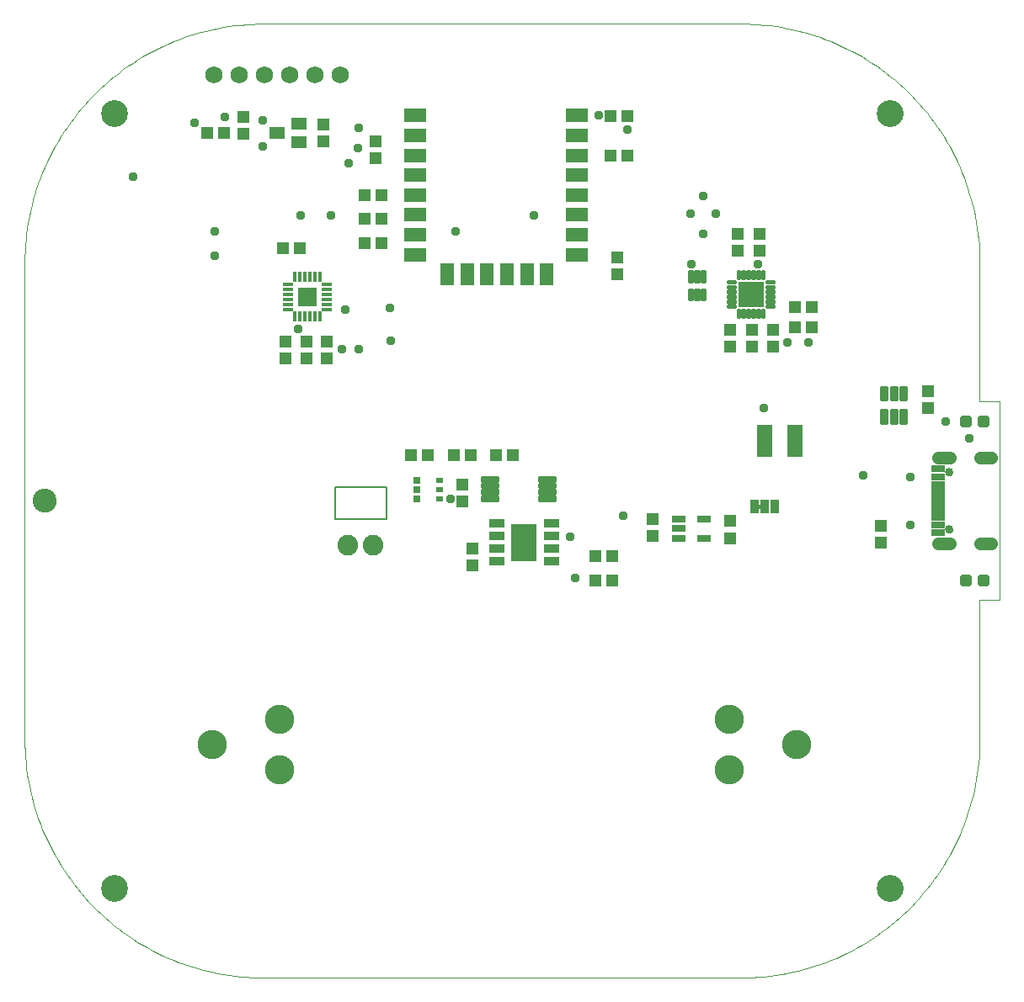
<source format=gbs>
G04 EAGLE Gerber RS-274X export*
G75*
%MOMM*%
%FSLAX34Y34*%
%LPD*%
%INbStop*%
%IPPOS*%
%AMOC8*
5,1,8,0,0,1.08239X$1,22.5*%
G01*
%ADD10C,0.076200*%
%ADD11C,0.152400*%
%ADD12C,0.000000*%
%ADD13C,2.703200*%
%ADD14C,2.403200*%
%ADD15R,1.403200X0.753200*%
%ADD16C,2.946400*%
%ADD17R,1.303200X1.203200*%
%ADD18R,1.203200X1.303200*%
%ADD19C,1.311200*%
%ADD20C,0.853200*%
%ADD21R,1.353200X0.803200*%
%ADD22R,1.353200X0.503200*%
%ADD23C,2.082800*%
%ADD24R,2.203200X1.403200*%
%ADD25R,1.403200X2.203200*%
%ADD26C,0.301600*%
%ADD27C,0.404144*%
%ADD28R,0.753200X0.603200*%
%ADD29R,0.753200X0.753200*%
%ADD30R,0.993200X0.463200*%
%ADD31R,0.463200X0.993200*%
%ADD32R,1.981200X1.981200*%
%ADD33C,0.268653*%
%ADD34R,2.653200X2.653200*%
%ADD35C,1.727200*%
%ADD36R,1.603200X1.203200*%
%ADD37R,0.838200X1.473200*%
%ADD38C,0.505344*%
%ADD39R,1.543200X3.223200*%
%ADD40C,0.297181*%
%ADD41R,1.503200X0.903200*%
%ADD42R,2.616200X3.759200*%
%ADD43C,0.959600*%

G36*
X740890Y472107D02*
X740890Y472107D01*
X740956Y472109D01*
X740999Y472127D01*
X741046Y472135D01*
X741103Y472169D01*
X741163Y472194D01*
X741198Y472225D01*
X741239Y472250D01*
X741281Y472301D01*
X741329Y472345D01*
X741351Y472387D01*
X741380Y472424D01*
X741401Y472486D01*
X741432Y472545D01*
X741440Y472599D01*
X741452Y472636D01*
X741451Y472676D01*
X741459Y472730D01*
X741459Y475270D01*
X741448Y475335D01*
X741446Y475401D01*
X741428Y475444D01*
X741420Y475491D01*
X741386Y475548D01*
X741361Y475608D01*
X741330Y475643D01*
X741305Y475684D01*
X741254Y475726D01*
X741210Y475774D01*
X741168Y475796D01*
X741131Y475825D01*
X741069Y475846D01*
X741010Y475877D01*
X740956Y475885D01*
X740919Y475897D01*
X740879Y475896D01*
X740825Y475904D01*
X737015Y475904D01*
X736950Y475893D01*
X736884Y475891D01*
X736841Y475873D01*
X736794Y475865D01*
X736737Y475831D01*
X736677Y475806D01*
X736642Y475775D01*
X736601Y475750D01*
X736560Y475699D01*
X736511Y475655D01*
X736489Y475613D01*
X736460Y475576D01*
X736439Y475514D01*
X736408Y475455D01*
X736400Y475401D01*
X736388Y475364D01*
X736388Y475361D01*
X736389Y475324D01*
X736381Y475270D01*
X736381Y472730D01*
X736392Y472665D01*
X736394Y472599D01*
X736412Y472556D01*
X736420Y472509D01*
X736454Y472452D01*
X736479Y472392D01*
X736510Y472357D01*
X736535Y472316D01*
X736586Y472275D01*
X736630Y472226D01*
X736672Y472204D01*
X736709Y472175D01*
X736771Y472154D01*
X736830Y472123D01*
X736884Y472115D01*
X736921Y472103D01*
X736961Y472104D01*
X737015Y472096D01*
X740825Y472096D01*
X740890Y472107D01*
G37*
D10*
X0Y240000D02*
X70Y234201D01*
X280Y228405D01*
X630Y222616D01*
X1120Y216837D01*
X1750Y211071D01*
X2518Y205323D01*
X3426Y199594D01*
X4471Y193890D01*
X5654Y188212D01*
X6974Y182564D01*
X8430Y176950D01*
X10021Y171373D01*
X11746Y165836D01*
X13605Y160342D01*
X15596Y154895D01*
X17718Y149497D01*
X19970Y144152D01*
X22350Y138864D01*
X24858Y133634D01*
X27491Y128466D01*
X30248Y123364D01*
X33127Y118330D01*
X36128Y113366D01*
X39247Y108477D01*
X42484Y103664D01*
X45836Y98932D01*
X49301Y94281D01*
X52878Y89716D01*
X56564Y85238D01*
X60357Y80851D01*
X64256Y76556D01*
X68256Y72357D01*
X72357Y68256D01*
X76556Y64256D01*
X80851Y60357D01*
X85238Y56564D01*
X89716Y52878D01*
X94281Y49301D01*
X98932Y45836D01*
X103664Y42484D01*
X108477Y39247D01*
X113366Y36128D01*
X118330Y33127D01*
X123364Y30248D01*
X128466Y27491D01*
X133634Y24858D01*
X138864Y22350D01*
X144152Y19970D01*
X149497Y17718D01*
X154895Y15596D01*
X160342Y13605D01*
X165836Y11746D01*
X171373Y10021D01*
X176950Y8430D01*
X182564Y6974D01*
X188212Y5654D01*
X193890Y4471D01*
X199594Y3426D01*
X205323Y2518D01*
X211071Y1750D01*
X216837Y1120D01*
X222616Y630D01*
X228405Y280D01*
X234201Y70D01*
X240000Y0D01*
X0Y720000D02*
X70Y725799D01*
X280Y731595D01*
X630Y737384D01*
X1120Y743163D01*
X1750Y748929D01*
X2518Y754677D01*
X3426Y760406D01*
X4471Y766110D01*
X5654Y771788D01*
X6974Y777436D01*
X8430Y783050D01*
X10021Y788627D01*
X11746Y794164D01*
X13605Y799658D01*
X15596Y805105D01*
X17718Y810503D01*
X19970Y815848D01*
X22350Y821136D01*
X24858Y826366D01*
X27491Y831534D01*
X30248Y836636D01*
X33127Y841670D01*
X36128Y846634D01*
X39247Y851523D01*
X42484Y856336D01*
X45836Y861068D01*
X49301Y865719D01*
X52878Y870284D01*
X56564Y874762D01*
X60357Y879149D01*
X64256Y883444D01*
X68256Y887643D01*
X72357Y891744D01*
X76556Y895744D01*
X80851Y899643D01*
X85238Y903436D01*
X89716Y907122D01*
X94281Y910699D01*
X98932Y914164D01*
X103664Y917516D01*
X108477Y920753D01*
X113366Y923872D01*
X118330Y926873D01*
X123364Y929752D01*
X128466Y932509D01*
X133634Y935142D01*
X138864Y937650D01*
X144152Y940030D01*
X149497Y942282D01*
X154895Y944404D01*
X160342Y946395D01*
X165836Y948254D01*
X171373Y949979D01*
X176950Y951570D01*
X182564Y953026D01*
X188212Y954346D01*
X193890Y955529D01*
X199594Y956574D01*
X205323Y957482D01*
X211071Y958250D01*
X216837Y958880D01*
X222616Y959370D01*
X228405Y959720D01*
X234201Y959930D01*
X240000Y960000D01*
X720000Y960000D02*
X725799Y959930D01*
X731595Y959720D01*
X737384Y959370D01*
X743163Y958880D01*
X748929Y958250D01*
X754677Y957482D01*
X760406Y956574D01*
X766110Y955529D01*
X771788Y954346D01*
X777436Y953026D01*
X783050Y951570D01*
X788627Y949979D01*
X794164Y948254D01*
X799658Y946395D01*
X805105Y944404D01*
X810503Y942282D01*
X815848Y940030D01*
X821136Y937650D01*
X826366Y935142D01*
X831534Y932509D01*
X836636Y929752D01*
X841670Y926873D01*
X846634Y923872D01*
X851523Y920753D01*
X856336Y917516D01*
X861068Y914164D01*
X865719Y910699D01*
X870284Y907122D01*
X874762Y903436D01*
X879149Y899643D01*
X883444Y895744D01*
X887643Y891744D01*
X891744Y887643D01*
X895744Y883444D01*
X899643Y879149D01*
X903436Y874762D01*
X907122Y870284D01*
X910699Y865719D01*
X914164Y861068D01*
X917516Y856336D01*
X920753Y851523D01*
X923872Y846634D01*
X926873Y841670D01*
X929752Y836636D01*
X932509Y831534D01*
X935142Y826366D01*
X937650Y821136D01*
X940030Y815848D01*
X942282Y810503D01*
X944404Y805105D01*
X946395Y799658D01*
X948254Y794164D01*
X949979Y788627D01*
X951570Y783050D01*
X953026Y777436D01*
X954346Y771788D01*
X955529Y766110D01*
X956574Y760406D01*
X957482Y754677D01*
X958250Y748929D01*
X958880Y743163D01*
X959370Y737384D01*
X959720Y731595D01*
X959930Y725799D01*
X960000Y720000D01*
X960000Y240000D02*
X959930Y234201D01*
X959720Y228405D01*
X959370Y222616D01*
X958880Y216837D01*
X958250Y211071D01*
X957482Y205323D01*
X956574Y199594D01*
X955529Y193890D01*
X954346Y188212D01*
X953026Y182564D01*
X951570Y176950D01*
X949979Y171373D01*
X948254Y165836D01*
X946395Y160342D01*
X944404Y154895D01*
X942282Y149497D01*
X940030Y144152D01*
X937650Y138864D01*
X935142Y133634D01*
X932509Y128466D01*
X929752Y123364D01*
X926873Y118330D01*
X923872Y113366D01*
X920753Y108477D01*
X917516Y103664D01*
X914164Y98932D01*
X910699Y94281D01*
X907122Y89716D01*
X903436Y85238D01*
X899643Y80851D01*
X895744Y76556D01*
X891744Y72357D01*
X887643Y68256D01*
X883444Y64256D01*
X879149Y60357D01*
X874762Y56564D01*
X870284Y52878D01*
X865719Y49301D01*
X861068Y45836D01*
X856336Y42484D01*
X851523Y39247D01*
X846634Y36128D01*
X841670Y33127D01*
X836636Y30248D01*
X831534Y27491D01*
X826366Y24858D01*
X821136Y22350D01*
X815848Y19970D01*
X810503Y17718D01*
X805105Y15596D01*
X799658Y13605D01*
X794164Y11746D01*
X788627Y10021D01*
X783050Y8430D01*
X777436Y6974D01*
X771788Y5654D01*
X766110Y4471D01*
X760406Y3426D01*
X754677Y2518D01*
X748929Y1750D01*
X743163Y1120D01*
X737384Y630D01*
X731595Y280D01*
X725799Y70D01*
X720000Y0D01*
D11*
X364000Y462000D02*
X364000Y494000D01*
X312000Y494000D01*
X312000Y462000D01*
X364000Y462000D01*
D10*
X0Y240000D02*
X0Y720000D01*
X240000Y960000D02*
X720000Y960000D01*
X960000Y720000D02*
X960000Y580000D01*
X960000Y380000D02*
X960000Y240000D01*
X720000Y0D02*
X240000Y0D01*
X960000Y580000D02*
X980000Y580000D01*
X980000Y380000D01*
X960000Y380000D01*
D12*
X77500Y90000D02*
X77504Y90307D01*
X77515Y90613D01*
X77534Y90920D01*
X77560Y91225D01*
X77594Y91530D01*
X77635Y91834D01*
X77684Y92137D01*
X77740Y92439D01*
X77804Y92739D01*
X77875Y93037D01*
X77953Y93334D01*
X78038Y93629D01*
X78131Y93921D01*
X78231Y94211D01*
X78338Y94499D01*
X78452Y94784D01*
X78572Y95066D01*
X78700Y95344D01*
X78835Y95620D01*
X78976Y95892D01*
X79124Y96161D01*
X79278Y96426D01*
X79439Y96687D01*
X79607Y96945D01*
X79780Y97198D01*
X79960Y97446D01*
X80146Y97690D01*
X80337Y97930D01*
X80535Y98165D01*
X80738Y98394D01*
X80947Y98619D01*
X81161Y98839D01*
X81381Y99053D01*
X81606Y99262D01*
X81835Y99465D01*
X82070Y99663D01*
X82310Y99854D01*
X82554Y100040D01*
X82802Y100220D01*
X83055Y100393D01*
X83313Y100561D01*
X83574Y100722D01*
X83839Y100876D01*
X84108Y101024D01*
X84380Y101165D01*
X84656Y101300D01*
X84934Y101428D01*
X85216Y101548D01*
X85501Y101662D01*
X85789Y101769D01*
X86079Y101869D01*
X86371Y101962D01*
X86666Y102047D01*
X86963Y102125D01*
X87261Y102196D01*
X87561Y102260D01*
X87863Y102316D01*
X88166Y102365D01*
X88470Y102406D01*
X88775Y102440D01*
X89080Y102466D01*
X89387Y102485D01*
X89693Y102496D01*
X90000Y102500D01*
X90307Y102496D01*
X90613Y102485D01*
X90920Y102466D01*
X91225Y102440D01*
X91530Y102406D01*
X91834Y102365D01*
X92137Y102316D01*
X92439Y102260D01*
X92739Y102196D01*
X93037Y102125D01*
X93334Y102047D01*
X93629Y101962D01*
X93921Y101869D01*
X94211Y101769D01*
X94499Y101662D01*
X94784Y101548D01*
X95066Y101428D01*
X95344Y101300D01*
X95620Y101165D01*
X95892Y101024D01*
X96161Y100876D01*
X96426Y100722D01*
X96687Y100561D01*
X96945Y100393D01*
X97198Y100220D01*
X97446Y100040D01*
X97690Y99854D01*
X97930Y99663D01*
X98165Y99465D01*
X98394Y99262D01*
X98619Y99053D01*
X98839Y98839D01*
X99053Y98619D01*
X99262Y98394D01*
X99465Y98165D01*
X99663Y97930D01*
X99854Y97690D01*
X100040Y97446D01*
X100220Y97198D01*
X100393Y96945D01*
X100561Y96687D01*
X100722Y96426D01*
X100876Y96161D01*
X101024Y95892D01*
X101165Y95620D01*
X101300Y95344D01*
X101428Y95066D01*
X101548Y94784D01*
X101662Y94499D01*
X101769Y94211D01*
X101869Y93921D01*
X101962Y93629D01*
X102047Y93334D01*
X102125Y93037D01*
X102196Y92739D01*
X102260Y92439D01*
X102316Y92137D01*
X102365Y91834D01*
X102406Y91530D01*
X102440Y91225D01*
X102466Y90920D01*
X102485Y90613D01*
X102496Y90307D01*
X102500Y90000D01*
X102496Y89693D01*
X102485Y89387D01*
X102466Y89080D01*
X102440Y88775D01*
X102406Y88470D01*
X102365Y88166D01*
X102316Y87863D01*
X102260Y87561D01*
X102196Y87261D01*
X102125Y86963D01*
X102047Y86666D01*
X101962Y86371D01*
X101869Y86079D01*
X101769Y85789D01*
X101662Y85501D01*
X101548Y85216D01*
X101428Y84934D01*
X101300Y84656D01*
X101165Y84380D01*
X101024Y84108D01*
X100876Y83839D01*
X100722Y83574D01*
X100561Y83313D01*
X100393Y83055D01*
X100220Y82802D01*
X100040Y82554D01*
X99854Y82310D01*
X99663Y82070D01*
X99465Y81835D01*
X99262Y81606D01*
X99053Y81381D01*
X98839Y81161D01*
X98619Y80947D01*
X98394Y80738D01*
X98165Y80535D01*
X97930Y80337D01*
X97690Y80146D01*
X97446Y79960D01*
X97198Y79780D01*
X96945Y79607D01*
X96687Y79439D01*
X96426Y79278D01*
X96161Y79124D01*
X95892Y78976D01*
X95620Y78835D01*
X95344Y78700D01*
X95066Y78572D01*
X94784Y78452D01*
X94499Y78338D01*
X94211Y78231D01*
X93921Y78131D01*
X93629Y78038D01*
X93334Y77953D01*
X93037Y77875D01*
X92739Y77804D01*
X92439Y77740D01*
X92137Y77684D01*
X91834Y77635D01*
X91530Y77594D01*
X91225Y77560D01*
X90920Y77534D01*
X90613Y77515D01*
X90307Y77504D01*
X90000Y77500D01*
X89693Y77504D01*
X89387Y77515D01*
X89080Y77534D01*
X88775Y77560D01*
X88470Y77594D01*
X88166Y77635D01*
X87863Y77684D01*
X87561Y77740D01*
X87261Y77804D01*
X86963Y77875D01*
X86666Y77953D01*
X86371Y78038D01*
X86079Y78131D01*
X85789Y78231D01*
X85501Y78338D01*
X85216Y78452D01*
X84934Y78572D01*
X84656Y78700D01*
X84380Y78835D01*
X84108Y78976D01*
X83839Y79124D01*
X83574Y79278D01*
X83313Y79439D01*
X83055Y79607D01*
X82802Y79780D01*
X82554Y79960D01*
X82310Y80146D01*
X82070Y80337D01*
X81835Y80535D01*
X81606Y80738D01*
X81381Y80947D01*
X81161Y81161D01*
X80947Y81381D01*
X80738Y81606D01*
X80535Y81835D01*
X80337Y82070D01*
X80146Y82310D01*
X79960Y82554D01*
X79780Y82802D01*
X79607Y83055D01*
X79439Y83313D01*
X79278Y83574D01*
X79124Y83839D01*
X78976Y84108D01*
X78835Y84380D01*
X78700Y84656D01*
X78572Y84934D01*
X78452Y85216D01*
X78338Y85501D01*
X78231Y85789D01*
X78131Y86079D01*
X78038Y86371D01*
X77953Y86666D01*
X77875Y86963D01*
X77804Y87261D01*
X77740Y87561D01*
X77684Y87863D01*
X77635Y88166D01*
X77594Y88470D01*
X77560Y88775D01*
X77534Y89080D01*
X77515Y89387D01*
X77504Y89693D01*
X77500Y90000D01*
D13*
X90000Y90000D03*
D12*
X77500Y870000D02*
X77504Y870307D01*
X77515Y870613D01*
X77534Y870920D01*
X77560Y871225D01*
X77594Y871530D01*
X77635Y871834D01*
X77684Y872137D01*
X77740Y872439D01*
X77804Y872739D01*
X77875Y873037D01*
X77953Y873334D01*
X78038Y873629D01*
X78131Y873921D01*
X78231Y874211D01*
X78338Y874499D01*
X78452Y874784D01*
X78572Y875066D01*
X78700Y875344D01*
X78835Y875620D01*
X78976Y875892D01*
X79124Y876161D01*
X79278Y876426D01*
X79439Y876687D01*
X79607Y876945D01*
X79780Y877198D01*
X79960Y877446D01*
X80146Y877690D01*
X80337Y877930D01*
X80535Y878165D01*
X80738Y878394D01*
X80947Y878619D01*
X81161Y878839D01*
X81381Y879053D01*
X81606Y879262D01*
X81835Y879465D01*
X82070Y879663D01*
X82310Y879854D01*
X82554Y880040D01*
X82802Y880220D01*
X83055Y880393D01*
X83313Y880561D01*
X83574Y880722D01*
X83839Y880876D01*
X84108Y881024D01*
X84380Y881165D01*
X84656Y881300D01*
X84934Y881428D01*
X85216Y881548D01*
X85501Y881662D01*
X85789Y881769D01*
X86079Y881869D01*
X86371Y881962D01*
X86666Y882047D01*
X86963Y882125D01*
X87261Y882196D01*
X87561Y882260D01*
X87863Y882316D01*
X88166Y882365D01*
X88470Y882406D01*
X88775Y882440D01*
X89080Y882466D01*
X89387Y882485D01*
X89693Y882496D01*
X90000Y882500D01*
X90307Y882496D01*
X90613Y882485D01*
X90920Y882466D01*
X91225Y882440D01*
X91530Y882406D01*
X91834Y882365D01*
X92137Y882316D01*
X92439Y882260D01*
X92739Y882196D01*
X93037Y882125D01*
X93334Y882047D01*
X93629Y881962D01*
X93921Y881869D01*
X94211Y881769D01*
X94499Y881662D01*
X94784Y881548D01*
X95066Y881428D01*
X95344Y881300D01*
X95620Y881165D01*
X95892Y881024D01*
X96161Y880876D01*
X96426Y880722D01*
X96687Y880561D01*
X96945Y880393D01*
X97198Y880220D01*
X97446Y880040D01*
X97690Y879854D01*
X97930Y879663D01*
X98165Y879465D01*
X98394Y879262D01*
X98619Y879053D01*
X98839Y878839D01*
X99053Y878619D01*
X99262Y878394D01*
X99465Y878165D01*
X99663Y877930D01*
X99854Y877690D01*
X100040Y877446D01*
X100220Y877198D01*
X100393Y876945D01*
X100561Y876687D01*
X100722Y876426D01*
X100876Y876161D01*
X101024Y875892D01*
X101165Y875620D01*
X101300Y875344D01*
X101428Y875066D01*
X101548Y874784D01*
X101662Y874499D01*
X101769Y874211D01*
X101869Y873921D01*
X101962Y873629D01*
X102047Y873334D01*
X102125Y873037D01*
X102196Y872739D01*
X102260Y872439D01*
X102316Y872137D01*
X102365Y871834D01*
X102406Y871530D01*
X102440Y871225D01*
X102466Y870920D01*
X102485Y870613D01*
X102496Y870307D01*
X102500Y870000D01*
X102496Y869693D01*
X102485Y869387D01*
X102466Y869080D01*
X102440Y868775D01*
X102406Y868470D01*
X102365Y868166D01*
X102316Y867863D01*
X102260Y867561D01*
X102196Y867261D01*
X102125Y866963D01*
X102047Y866666D01*
X101962Y866371D01*
X101869Y866079D01*
X101769Y865789D01*
X101662Y865501D01*
X101548Y865216D01*
X101428Y864934D01*
X101300Y864656D01*
X101165Y864380D01*
X101024Y864108D01*
X100876Y863839D01*
X100722Y863574D01*
X100561Y863313D01*
X100393Y863055D01*
X100220Y862802D01*
X100040Y862554D01*
X99854Y862310D01*
X99663Y862070D01*
X99465Y861835D01*
X99262Y861606D01*
X99053Y861381D01*
X98839Y861161D01*
X98619Y860947D01*
X98394Y860738D01*
X98165Y860535D01*
X97930Y860337D01*
X97690Y860146D01*
X97446Y859960D01*
X97198Y859780D01*
X96945Y859607D01*
X96687Y859439D01*
X96426Y859278D01*
X96161Y859124D01*
X95892Y858976D01*
X95620Y858835D01*
X95344Y858700D01*
X95066Y858572D01*
X94784Y858452D01*
X94499Y858338D01*
X94211Y858231D01*
X93921Y858131D01*
X93629Y858038D01*
X93334Y857953D01*
X93037Y857875D01*
X92739Y857804D01*
X92439Y857740D01*
X92137Y857684D01*
X91834Y857635D01*
X91530Y857594D01*
X91225Y857560D01*
X90920Y857534D01*
X90613Y857515D01*
X90307Y857504D01*
X90000Y857500D01*
X89693Y857504D01*
X89387Y857515D01*
X89080Y857534D01*
X88775Y857560D01*
X88470Y857594D01*
X88166Y857635D01*
X87863Y857684D01*
X87561Y857740D01*
X87261Y857804D01*
X86963Y857875D01*
X86666Y857953D01*
X86371Y858038D01*
X86079Y858131D01*
X85789Y858231D01*
X85501Y858338D01*
X85216Y858452D01*
X84934Y858572D01*
X84656Y858700D01*
X84380Y858835D01*
X84108Y858976D01*
X83839Y859124D01*
X83574Y859278D01*
X83313Y859439D01*
X83055Y859607D01*
X82802Y859780D01*
X82554Y859960D01*
X82310Y860146D01*
X82070Y860337D01*
X81835Y860535D01*
X81606Y860738D01*
X81381Y860947D01*
X81161Y861161D01*
X80947Y861381D01*
X80738Y861606D01*
X80535Y861835D01*
X80337Y862070D01*
X80146Y862310D01*
X79960Y862554D01*
X79780Y862802D01*
X79607Y863055D01*
X79439Y863313D01*
X79278Y863574D01*
X79124Y863839D01*
X78976Y864108D01*
X78835Y864380D01*
X78700Y864656D01*
X78572Y864934D01*
X78452Y865216D01*
X78338Y865501D01*
X78231Y865789D01*
X78131Y866079D01*
X78038Y866371D01*
X77953Y866666D01*
X77875Y866963D01*
X77804Y867261D01*
X77740Y867561D01*
X77684Y867863D01*
X77635Y868166D01*
X77594Y868470D01*
X77560Y868775D01*
X77534Y869080D01*
X77515Y869387D01*
X77504Y869693D01*
X77500Y870000D01*
D13*
X90000Y870000D03*
D12*
X857500Y870000D02*
X857504Y870307D01*
X857515Y870613D01*
X857534Y870920D01*
X857560Y871225D01*
X857594Y871530D01*
X857635Y871834D01*
X857684Y872137D01*
X857740Y872439D01*
X857804Y872739D01*
X857875Y873037D01*
X857953Y873334D01*
X858038Y873629D01*
X858131Y873921D01*
X858231Y874211D01*
X858338Y874499D01*
X858452Y874784D01*
X858572Y875066D01*
X858700Y875344D01*
X858835Y875620D01*
X858976Y875892D01*
X859124Y876161D01*
X859278Y876426D01*
X859439Y876687D01*
X859607Y876945D01*
X859780Y877198D01*
X859960Y877446D01*
X860146Y877690D01*
X860337Y877930D01*
X860535Y878165D01*
X860738Y878394D01*
X860947Y878619D01*
X861161Y878839D01*
X861381Y879053D01*
X861606Y879262D01*
X861835Y879465D01*
X862070Y879663D01*
X862310Y879854D01*
X862554Y880040D01*
X862802Y880220D01*
X863055Y880393D01*
X863313Y880561D01*
X863574Y880722D01*
X863839Y880876D01*
X864108Y881024D01*
X864380Y881165D01*
X864656Y881300D01*
X864934Y881428D01*
X865216Y881548D01*
X865501Y881662D01*
X865789Y881769D01*
X866079Y881869D01*
X866371Y881962D01*
X866666Y882047D01*
X866963Y882125D01*
X867261Y882196D01*
X867561Y882260D01*
X867863Y882316D01*
X868166Y882365D01*
X868470Y882406D01*
X868775Y882440D01*
X869080Y882466D01*
X869387Y882485D01*
X869693Y882496D01*
X870000Y882500D01*
X870307Y882496D01*
X870613Y882485D01*
X870920Y882466D01*
X871225Y882440D01*
X871530Y882406D01*
X871834Y882365D01*
X872137Y882316D01*
X872439Y882260D01*
X872739Y882196D01*
X873037Y882125D01*
X873334Y882047D01*
X873629Y881962D01*
X873921Y881869D01*
X874211Y881769D01*
X874499Y881662D01*
X874784Y881548D01*
X875066Y881428D01*
X875344Y881300D01*
X875620Y881165D01*
X875892Y881024D01*
X876161Y880876D01*
X876426Y880722D01*
X876687Y880561D01*
X876945Y880393D01*
X877198Y880220D01*
X877446Y880040D01*
X877690Y879854D01*
X877930Y879663D01*
X878165Y879465D01*
X878394Y879262D01*
X878619Y879053D01*
X878839Y878839D01*
X879053Y878619D01*
X879262Y878394D01*
X879465Y878165D01*
X879663Y877930D01*
X879854Y877690D01*
X880040Y877446D01*
X880220Y877198D01*
X880393Y876945D01*
X880561Y876687D01*
X880722Y876426D01*
X880876Y876161D01*
X881024Y875892D01*
X881165Y875620D01*
X881300Y875344D01*
X881428Y875066D01*
X881548Y874784D01*
X881662Y874499D01*
X881769Y874211D01*
X881869Y873921D01*
X881962Y873629D01*
X882047Y873334D01*
X882125Y873037D01*
X882196Y872739D01*
X882260Y872439D01*
X882316Y872137D01*
X882365Y871834D01*
X882406Y871530D01*
X882440Y871225D01*
X882466Y870920D01*
X882485Y870613D01*
X882496Y870307D01*
X882500Y870000D01*
X882496Y869693D01*
X882485Y869387D01*
X882466Y869080D01*
X882440Y868775D01*
X882406Y868470D01*
X882365Y868166D01*
X882316Y867863D01*
X882260Y867561D01*
X882196Y867261D01*
X882125Y866963D01*
X882047Y866666D01*
X881962Y866371D01*
X881869Y866079D01*
X881769Y865789D01*
X881662Y865501D01*
X881548Y865216D01*
X881428Y864934D01*
X881300Y864656D01*
X881165Y864380D01*
X881024Y864108D01*
X880876Y863839D01*
X880722Y863574D01*
X880561Y863313D01*
X880393Y863055D01*
X880220Y862802D01*
X880040Y862554D01*
X879854Y862310D01*
X879663Y862070D01*
X879465Y861835D01*
X879262Y861606D01*
X879053Y861381D01*
X878839Y861161D01*
X878619Y860947D01*
X878394Y860738D01*
X878165Y860535D01*
X877930Y860337D01*
X877690Y860146D01*
X877446Y859960D01*
X877198Y859780D01*
X876945Y859607D01*
X876687Y859439D01*
X876426Y859278D01*
X876161Y859124D01*
X875892Y858976D01*
X875620Y858835D01*
X875344Y858700D01*
X875066Y858572D01*
X874784Y858452D01*
X874499Y858338D01*
X874211Y858231D01*
X873921Y858131D01*
X873629Y858038D01*
X873334Y857953D01*
X873037Y857875D01*
X872739Y857804D01*
X872439Y857740D01*
X872137Y857684D01*
X871834Y857635D01*
X871530Y857594D01*
X871225Y857560D01*
X870920Y857534D01*
X870613Y857515D01*
X870307Y857504D01*
X870000Y857500D01*
X869693Y857504D01*
X869387Y857515D01*
X869080Y857534D01*
X868775Y857560D01*
X868470Y857594D01*
X868166Y857635D01*
X867863Y857684D01*
X867561Y857740D01*
X867261Y857804D01*
X866963Y857875D01*
X866666Y857953D01*
X866371Y858038D01*
X866079Y858131D01*
X865789Y858231D01*
X865501Y858338D01*
X865216Y858452D01*
X864934Y858572D01*
X864656Y858700D01*
X864380Y858835D01*
X864108Y858976D01*
X863839Y859124D01*
X863574Y859278D01*
X863313Y859439D01*
X863055Y859607D01*
X862802Y859780D01*
X862554Y859960D01*
X862310Y860146D01*
X862070Y860337D01*
X861835Y860535D01*
X861606Y860738D01*
X861381Y860947D01*
X861161Y861161D01*
X860947Y861381D01*
X860738Y861606D01*
X860535Y861835D01*
X860337Y862070D01*
X860146Y862310D01*
X859960Y862554D01*
X859780Y862802D01*
X859607Y863055D01*
X859439Y863313D01*
X859278Y863574D01*
X859124Y863839D01*
X858976Y864108D01*
X858835Y864380D01*
X858700Y864656D01*
X858572Y864934D01*
X858452Y865216D01*
X858338Y865501D01*
X858231Y865789D01*
X858131Y866079D01*
X858038Y866371D01*
X857953Y866666D01*
X857875Y866963D01*
X857804Y867261D01*
X857740Y867561D01*
X857684Y867863D01*
X857635Y868166D01*
X857594Y868470D01*
X857560Y868775D01*
X857534Y869080D01*
X857515Y869387D01*
X857504Y869693D01*
X857500Y870000D01*
D13*
X870000Y870000D03*
D12*
X857500Y90000D02*
X857504Y90307D01*
X857515Y90613D01*
X857534Y90920D01*
X857560Y91225D01*
X857594Y91530D01*
X857635Y91834D01*
X857684Y92137D01*
X857740Y92439D01*
X857804Y92739D01*
X857875Y93037D01*
X857953Y93334D01*
X858038Y93629D01*
X858131Y93921D01*
X858231Y94211D01*
X858338Y94499D01*
X858452Y94784D01*
X858572Y95066D01*
X858700Y95344D01*
X858835Y95620D01*
X858976Y95892D01*
X859124Y96161D01*
X859278Y96426D01*
X859439Y96687D01*
X859607Y96945D01*
X859780Y97198D01*
X859960Y97446D01*
X860146Y97690D01*
X860337Y97930D01*
X860535Y98165D01*
X860738Y98394D01*
X860947Y98619D01*
X861161Y98839D01*
X861381Y99053D01*
X861606Y99262D01*
X861835Y99465D01*
X862070Y99663D01*
X862310Y99854D01*
X862554Y100040D01*
X862802Y100220D01*
X863055Y100393D01*
X863313Y100561D01*
X863574Y100722D01*
X863839Y100876D01*
X864108Y101024D01*
X864380Y101165D01*
X864656Y101300D01*
X864934Y101428D01*
X865216Y101548D01*
X865501Y101662D01*
X865789Y101769D01*
X866079Y101869D01*
X866371Y101962D01*
X866666Y102047D01*
X866963Y102125D01*
X867261Y102196D01*
X867561Y102260D01*
X867863Y102316D01*
X868166Y102365D01*
X868470Y102406D01*
X868775Y102440D01*
X869080Y102466D01*
X869387Y102485D01*
X869693Y102496D01*
X870000Y102500D01*
X870307Y102496D01*
X870613Y102485D01*
X870920Y102466D01*
X871225Y102440D01*
X871530Y102406D01*
X871834Y102365D01*
X872137Y102316D01*
X872439Y102260D01*
X872739Y102196D01*
X873037Y102125D01*
X873334Y102047D01*
X873629Y101962D01*
X873921Y101869D01*
X874211Y101769D01*
X874499Y101662D01*
X874784Y101548D01*
X875066Y101428D01*
X875344Y101300D01*
X875620Y101165D01*
X875892Y101024D01*
X876161Y100876D01*
X876426Y100722D01*
X876687Y100561D01*
X876945Y100393D01*
X877198Y100220D01*
X877446Y100040D01*
X877690Y99854D01*
X877930Y99663D01*
X878165Y99465D01*
X878394Y99262D01*
X878619Y99053D01*
X878839Y98839D01*
X879053Y98619D01*
X879262Y98394D01*
X879465Y98165D01*
X879663Y97930D01*
X879854Y97690D01*
X880040Y97446D01*
X880220Y97198D01*
X880393Y96945D01*
X880561Y96687D01*
X880722Y96426D01*
X880876Y96161D01*
X881024Y95892D01*
X881165Y95620D01*
X881300Y95344D01*
X881428Y95066D01*
X881548Y94784D01*
X881662Y94499D01*
X881769Y94211D01*
X881869Y93921D01*
X881962Y93629D01*
X882047Y93334D01*
X882125Y93037D01*
X882196Y92739D01*
X882260Y92439D01*
X882316Y92137D01*
X882365Y91834D01*
X882406Y91530D01*
X882440Y91225D01*
X882466Y90920D01*
X882485Y90613D01*
X882496Y90307D01*
X882500Y90000D01*
X882496Y89693D01*
X882485Y89387D01*
X882466Y89080D01*
X882440Y88775D01*
X882406Y88470D01*
X882365Y88166D01*
X882316Y87863D01*
X882260Y87561D01*
X882196Y87261D01*
X882125Y86963D01*
X882047Y86666D01*
X881962Y86371D01*
X881869Y86079D01*
X881769Y85789D01*
X881662Y85501D01*
X881548Y85216D01*
X881428Y84934D01*
X881300Y84656D01*
X881165Y84380D01*
X881024Y84108D01*
X880876Y83839D01*
X880722Y83574D01*
X880561Y83313D01*
X880393Y83055D01*
X880220Y82802D01*
X880040Y82554D01*
X879854Y82310D01*
X879663Y82070D01*
X879465Y81835D01*
X879262Y81606D01*
X879053Y81381D01*
X878839Y81161D01*
X878619Y80947D01*
X878394Y80738D01*
X878165Y80535D01*
X877930Y80337D01*
X877690Y80146D01*
X877446Y79960D01*
X877198Y79780D01*
X876945Y79607D01*
X876687Y79439D01*
X876426Y79278D01*
X876161Y79124D01*
X875892Y78976D01*
X875620Y78835D01*
X875344Y78700D01*
X875066Y78572D01*
X874784Y78452D01*
X874499Y78338D01*
X874211Y78231D01*
X873921Y78131D01*
X873629Y78038D01*
X873334Y77953D01*
X873037Y77875D01*
X872739Y77804D01*
X872439Y77740D01*
X872137Y77684D01*
X871834Y77635D01*
X871530Y77594D01*
X871225Y77560D01*
X870920Y77534D01*
X870613Y77515D01*
X870307Y77504D01*
X870000Y77500D01*
X869693Y77504D01*
X869387Y77515D01*
X869080Y77534D01*
X868775Y77560D01*
X868470Y77594D01*
X868166Y77635D01*
X867863Y77684D01*
X867561Y77740D01*
X867261Y77804D01*
X866963Y77875D01*
X866666Y77953D01*
X866371Y78038D01*
X866079Y78131D01*
X865789Y78231D01*
X865501Y78338D01*
X865216Y78452D01*
X864934Y78572D01*
X864656Y78700D01*
X864380Y78835D01*
X864108Y78976D01*
X863839Y79124D01*
X863574Y79278D01*
X863313Y79439D01*
X863055Y79607D01*
X862802Y79780D01*
X862554Y79960D01*
X862310Y80146D01*
X862070Y80337D01*
X861835Y80535D01*
X861606Y80738D01*
X861381Y80947D01*
X861161Y81161D01*
X860947Y81381D01*
X860738Y81606D01*
X860535Y81835D01*
X860337Y82070D01*
X860146Y82310D01*
X859960Y82554D01*
X859780Y82802D01*
X859607Y83055D01*
X859439Y83313D01*
X859278Y83574D01*
X859124Y83839D01*
X858976Y84108D01*
X858835Y84380D01*
X858700Y84656D01*
X858572Y84934D01*
X858452Y85216D01*
X858338Y85501D01*
X858231Y85789D01*
X858131Y86079D01*
X858038Y86371D01*
X857953Y86666D01*
X857875Y86963D01*
X857804Y87261D01*
X857740Y87561D01*
X857684Y87863D01*
X857635Y88166D01*
X857594Y88470D01*
X857560Y88775D01*
X857534Y89080D01*
X857515Y89387D01*
X857504Y89693D01*
X857500Y90000D01*
D13*
X870000Y90000D03*
D12*
X9000Y480000D02*
X9003Y480270D01*
X9013Y480540D01*
X9030Y480809D01*
X9053Y481078D01*
X9083Y481347D01*
X9119Y481614D01*
X9162Y481881D01*
X9211Y482146D01*
X9267Y482410D01*
X9330Y482673D01*
X9398Y482934D01*
X9474Y483193D01*
X9555Y483450D01*
X9643Y483706D01*
X9737Y483959D01*
X9837Y484210D01*
X9944Y484458D01*
X10056Y484703D01*
X10175Y484946D01*
X10299Y485185D01*
X10429Y485422D01*
X10565Y485655D01*
X10707Y485885D01*
X10854Y486111D01*
X11007Y486334D01*
X11165Y486553D01*
X11328Y486768D01*
X11497Y486978D01*
X11671Y487185D01*
X11850Y487387D01*
X12033Y487585D01*
X12222Y487778D01*
X12415Y487967D01*
X12613Y488150D01*
X12815Y488329D01*
X13022Y488503D01*
X13232Y488672D01*
X13447Y488835D01*
X13666Y488993D01*
X13889Y489146D01*
X14115Y489293D01*
X14345Y489435D01*
X14578Y489571D01*
X14815Y489701D01*
X15054Y489825D01*
X15297Y489944D01*
X15542Y490056D01*
X15790Y490163D01*
X16041Y490263D01*
X16294Y490357D01*
X16550Y490445D01*
X16807Y490526D01*
X17066Y490602D01*
X17327Y490670D01*
X17590Y490733D01*
X17854Y490789D01*
X18119Y490838D01*
X18386Y490881D01*
X18653Y490917D01*
X18922Y490947D01*
X19191Y490970D01*
X19460Y490987D01*
X19730Y490997D01*
X20000Y491000D01*
X20270Y490997D01*
X20540Y490987D01*
X20809Y490970D01*
X21078Y490947D01*
X21347Y490917D01*
X21614Y490881D01*
X21881Y490838D01*
X22146Y490789D01*
X22410Y490733D01*
X22673Y490670D01*
X22934Y490602D01*
X23193Y490526D01*
X23450Y490445D01*
X23706Y490357D01*
X23959Y490263D01*
X24210Y490163D01*
X24458Y490056D01*
X24703Y489944D01*
X24946Y489825D01*
X25185Y489701D01*
X25422Y489571D01*
X25655Y489435D01*
X25885Y489293D01*
X26111Y489146D01*
X26334Y488993D01*
X26553Y488835D01*
X26768Y488672D01*
X26978Y488503D01*
X27185Y488329D01*
X27387Y488150D01*
X27585Y487967D01*
X27778Y487778D01*
X27967Y487585D01*
X28150Y487387D01*
X28329Y487185D01*
X28503Y486978D01*
X28672Y486768D01*
X28835Y486553D01*
X28993Y486334D01*
X29146Y486111D01*
X29293Y485885D01*
X29435Y485655D01*
X29571Y485422D01*
X29701Y485185D01*
X29825Y484946D01*
X29944Y484703D01*
X30056Y484458D01*
X30163Y484210D01*
X30263Y483959D01*
X30357Y483706D01*
X30445Y483450D01*
X30526Y483193D01*
X30602Y482934D01*
X30670Y482673D01*
X30733Y482410D01*
X30789Y482146D01*
X30838Y481881D01*
X30881Y481614D01*
X30917Y481347D01*
X30947Y481078D01*
X30970Y480809D01*
X30987Y480540D01*
X30997Y480270D01*
X31000Y480000D01*
X30997Y479730D01*
X30987Y479460D01*
X30970Y479191D01*
X30947Y478922D01*
X30917Y478653D01*
X30881Y478386D01*
X30838Y478119D01*
X30789Y477854D01*
X30733Y477590D01*
X30670Y477327D01*
X30602Y477066D01*
X30526Y476807D01*
X30445Y476550D01*
X30357Y476294D01*
X30263Y476041D01*
X30163Y475790D01*
X30056Y475542D01*
X29944Y475297D01*
X29825Y475054D01*
X29701Y474815D01*
X29571Y474578D01*
X29435Y474345D01*
X29293Y474115D01*
X29146Y473889D01*
X28993Y473666D01*
X28835Y473447D01*
X28672Y473232D01*
X28503Y473022D01*
X28329Y472815D01*
X28150Y472613D01*
X27967Y472415D01*
X27778Y472222D01*
X27585Y472033D01*
X27387Y471850D01*
X27185Y471671D01*
X26978Y471497D01*
X26768Y471328D01*
X26553Y471165D01*
X26334Y471007D01*
X26111Y470854D01*
X25885Y470707D01*
X25655Y470565D01*
X25422Y470429D01*
X25185Y470299D01*
X24946Y470175D01*
X24703Y470056D01*
X24458Y469944D01*
X24210Y469837D01*
X23959Y469737D01*
X23706Y469643D01*
X23450Y469555D01*
X23193Y469474D01*
X22934Y469398D01*
X22673Y469330D01*
X22410Y469267D01*
X22146Y469211D01*
X21881Y469162D01*
X21614Y469119D01*
X21347Y469083D01*
X21078Y469053D01*
X20809Y469030D01*
X20540Y469013D01*
X20270Y469003D01*
X20000Y469000D01*
X19730Y469003D01*
X19460Y469013D01*
X19191Y469030D01*
X18922Y469053D01*
X18653Y469083D01*
X18386Y469119D01*
X18119Y469162D01*
X17854Y469211D01*
X17590Y469267D01*
X17327Y469330D01*
X17066Y469398D01*
X16807Y469474D01*
X16550Y469555D01*
X16294Y469643D01*
X16041Y469737D01*
X15790Y469837D01*
X15542Y469944D01*
X15297Y470056D01*
X15054Y470175D01*
X14815Y470299D01*
X14578Y470429D01*
X14345Y470565D01*
X14115Y470707D01*
X13889Y470854D01*
X13666Y471007D01*
X13447Y471165D01*
X13232Y471328D01*
X13022Y471497D01*
X12815Y471671D01*
X12613Y471850D01*
X12415Y472033D01*
X12222Y472222D01*
X12033Y472415D01*
X11850Y472613D01*
X11671Y472815D01*
X11497Y473022D01*
X11328Y473232D01*
X11165Y473447D01*
X11007Y473666D01*
X10854Y473889D01*
X10707Y474115D01*
X10565Y474345D01*
X10429Y474578D01*
X10299Y474815D01*
X10175Y475054D01*
X10056Y475297D01*
X9944Y475542D01*
X9837Y475790D01*
X9737Y476041D01*
X9643Y476294D01*
X9555Y476550D01*
X9474Y476807D01*
X9398Y477066D01*
X9330Y477327D01*
X9267Y477590D01*
X9211Y477854D01*
X9162Y478119D01*
X9119Y478386D01*
X9083Y478653D01*
X9053Y478922D01*
X9030Y479191D01*
X9013Y479460D01*
X9003Y479730D01*
X9000Y480000D01*
D14*
X20000Y480000D03*
D15*
X657199Y442500D03*
X657199Y452000D03*
X657199Y461500D03*
X683201Y461500D03*
X683201Y442500D03*
D16*
X256300Y259900D03*
X188820Y234500D03*
X256300Y209100D03*
X708500Y208900D03*
X775980Y234300D03*
X708500Y259700D03*
D17*
X388400Y525600D03*
X405400Y525600D03*
D18*
X631600Y444500D03*
X631600Y461500D03*
X709400Y459500D03*
X709400Y442500D03*
X860400Y437600D03*
X860400Y454600D03*
D17*
X491000Y525600D03*
X474000Y525600D03*
D18*
X595600Y725200D03*
X595600Y708200D03*
D17*
X774700Y675200D03*
X791700Y675200D03*
X774700Y654200D03*
X791700Y654200D03*
D18*
X283000Y623500D03*
X283000Y640500D03*
X262000Y640500D03*
X262000Y623500D03*
D17*
X259700Y734200D03*
X276700Y734200D03*
D18*
X304000Y623500D03*
X304000Y640500D03*
D19*
X960460Y523200D02*
X971540Y523200D01*
X971540Y436800D02*
X960460Y436800D01*
X929740Y523200D02*
X918660Y523200D01*
X918660Y436800D02*
X929740Y436800D01*
D12*
X925950Y451100D02*
X925952Y451213D01*
X925958Y451327D01*
X925968Y451440D01*
X925982Y451552D01*
X925999Y451664D01*
X926021Y451776D01*
X926047Y451886D01*
X926076Y451996D01*
X926109Y452104D01*
X926146Y452212D01*
X926187Y452317D01*
X926231Y452422D01*
X926279Y452525D01*
X926330Y452626D01*
X926385Y452725D01*
X926444Y452822D01*
X926506Y452917D01*
X926571Y453010D01*
X926639Y453101D01*
X926710Y453189D01*
X926785Y453275D01*
X926862Y453358D01*
X926942Y453438D01*
X927025Y453515D01*
X927111Y453590D01*
X927199Y453661D01*
X927290Y453729D01*
X927383Y453794D01*
X927478Y453856D01*
X927575Y453915D01*
X927674Y453970D01*
X927775Y454021D01*
X927878Y454069D01*
X927983Y454113D01*
X928088Y454154D01*
X928196Y454191D01*
X928304Y454224D01*
X928414Y454253D01*
X928524Y454279D01*
X928636Y454301D01*
X928748Y454318D01*
X928860Y454332D01*
X928973Y454342D01*
X929087Y454348D01*
X929200Y454350D01*
X929313Y454348D01*
X929427Y454342D01*
X929540Y454332D01*
X929652Y454318D01*
X929764Y454301D01*
X929876Y454279D01*
X929986Y454253D01*
X930096Y454224D01*
X930204Y454191D01*
X930312Y454154D01*
X930417Y454113D01*
X930522Y454069D01*
X930625Y454021D01*
X930726Y453970D01*
X930825Y453915D01*
X930922Y453856D01*
X931017Y453794D01*
X931110Y453729D01*
X931201Y453661D01*
X931289Y453590D01*
X931375Y453515D01*
X931458Y453438D01*
X931538Y453358D01*
X931615Y453275D01*
X931690Y453189D01*
X931761Y453101D01*
X931829Y453010D01*
X931894Y452917D01*
X931956Y452822D01*
X932015Y452725D01*
X932070Y452626D01*
X932121Y452525D01*
X932169Y452422D01*
X932213Y452317D01*
X932254Y452212D01*
X932291Y452104D01*
X932324Y451996D01*
X932353Y451886D01*
X932379Y451776D01*
X932401Y451664D01*
X932418Y451552D01*
X932432Y451440D01*
X932442Y451327D01*
X932448Y451213D01*
X932450Y451100D01*
X932448Y450987D01*
X932442Y450873D01*
X932432Y450760D01*
X932418Y450648D01*
X932401Y450536D01*
X932379Y450424D01*
X932353Y450314D01*
X932324Y450204D01*
X932291Y450096D01*
X932254Y449988D01*
X932213Y449883D01*
X932169Y449778D01*
X932121Y449675D01*
X932070Y449574D01*
X932015Y449475D01*
X931956Y449378D01*
X931894Y449283D01*
X931829Y449190D01*
X931761Y449099D01*
X931690Y449011D01*
X931615Y448925D01*
X931538Y448842D01*
X931458Y448762D01*
X931375Y448685D01*
X931289Y448610D01*
X931201Y448539D01*
X931110Y448471D01*
X931017Y448406D01*
X930922Y448344D01*
X930825Y448285D01*
X930726Y448230D01*
X930625Y448179D01*
X930522Y448131D01*
X930417Y448087D01*
X930312Y448046D01*
X930204Y448009D01*
X930096Y447976D01*
X929986Y447947D01*
X929876Y447921D01*
X929764Y447899D01*
X929652Y447882D01*
X929540Y447868D01*
X929427Y447858D01*
X929313Y447852D01*
X929200Y447850D01*
X929087Y447852D01*
X928973Y447858D01*
X928860Y447868D01*
X928748Y447882D01*
X928636Y447899D01*
X928524Y447921D01*
X928414Y447947D01*
X928304Y447976D01*
X928196Y448009D01*
X928088Y448046D01*
X927983Y448087D01*
X927878Y448131D01*
X927775Y448179D01*
X927674Y448230D01*
X927575Y448285D01*
X927478Y448344D01*
X927383Y448406D01*
X927290Y448471D01*
X927199Y448539D01*
X927111Y448610D01*
X927025Y448685D01*
X926942Y448762D01*
X926862Y448842D01*
X926785Y448925D01*
X926710Y449011D01*
X926639Y449099D01*
X926571Y449190D01*
X926506Y449283D01*
X926444Y449378D01*
X926385Y449475D01*
X926330Y449574D01*
X926279Y449675D01*
X926231Y449778D01*
X926187Y449883D01*
X926146Y449988D01*
X926109Y450096D01*
X926076Y450204D01*
X926047Y450314D01*
X926021Y450424D01*
X925999Y450536D01*
X925982Y450648D01*
X925968Y450760D01*
X925958Y450873D01*
X925952Y450987D01*
X925950Y451100D01*
D20*
X929200Y451100D03*
D12*
X925950Y508900D02*
X925952Y509013D01*
X925958Y509127D01*
X925968Y509240D01*
X925982Y509352D01*
X925999Y509464D01*
X926021Y509576D01*
X926047Y509686D01*
X926076Y509796D01*
X926109Y509904D01*
X926146Y510012D01*
X926187Y510117D01*
X926231Y510222D01*
X926279Y510325D01*
X926330Y510426D01*
X926385Y510525D01*
X926444Y510622D01*
X926506Y510717D01*
X926571Y510810D01*
X926639Y510901D01*
X926710Y510989D01*
X926785Y511075D01*
X926862Y511158D01*
X926942Y511238D01*
X927025Y511315D01*
X927111Y511390D01*
X927199Y511461D01*
X927290Y511529D01*
X927383Y511594D01*
X927478Y511656D01*
X927575Y511715D01*
X927674Y511770D01*
X927775Y511821D01*
X927878Y511869D01*
X927983Y511913D01*
X928088Y511954D01*
X928196Y511991D01*
X928304Y512024D01*
X928414Y512053D01*
X928524Y512079D01*
X928636Y512101D01*
X928748Y512118D01*
X928860Y512132D01*
X928973Y512142D01*
X929087Y512148D01*
X929200Y512150D01*
X929313Y512148D01*
X929427Y512142D01*
X929540Y512132D01*
X929652Y512118D01*
X929764Y512101D01*
X929876Y512079D01*
X929986Y512053D01*
X930096Y512024D01*
X930204Y511991D01*
X930312Y511954D01*
X930417Y511913D01*
X930522Y511869D01*
X930625Y511821D01*
X930726Y511770D01*
X930825Y511715D01*
X930922Y511656D01*
X931017Y511594D01*
X931110Y511529D01*
X931201Y511461D01*
X931289Y511390D01*
X931375Y511315D01*
X931458Y511238D01*
X931538Y511158D01*
X931615Y511075D01*
X931690Y510989D01*
X931761Y510901D01*
X931829Y510810D01*
X931894Y510717D01*
X931956Y510622D01*
X932015Y510525D01*
X932070Y510426D01*
X932121Y510325D01*
X932169Y510222D01*
X932213Y510117D01*
X932254Y510012D01*
X932291Y509904D01*
X932324Y509796D01*
X932353Y509686D01*
X932379Y509576D01*
X932401Y509464D01*
X932418Y509352D01*
X932432Y509240D01*
X932442Y509127D01*
X932448Y509013D01*
X932450Y508900D01*
X932448Y508787D01*
X932442Y508673D01*
X932432Y508560D01*
X932418Y508448D01*
X932401Y508336D01*
X932379Y508224D01*
X932353Y508114D01*
X932324Y508004D01*
X932291Y507896D01*
X932254Y507788D01*
X932213Y507683D01*
X932169Y507578D01*
X932121Y507475D01*
X932070Y507374D01*
X932015Y507275D01*
X931956Y507178D01*
X931894Y507083D01*
X931829Y506990D01*
X931761Y506899D01*
X931690Y506811D01*
X931615Y506725D01*
X931538Y506642D01*
X931458Y506562D01*
X931375Y506485D01*
X931289Y506410D01*
X931201Y506339D01*
X931110Y506271D01*
X931017Y506206D01*
X930922Y506144D01*
X930825Y506085D01*
X930726Y506030D01*
X930625Y505979D01*
X930522Y505931D01*
X930417Y505887D01*
X930312Y505846D01*
X930204Y505809D01*
X930096Y505776D01*
X929986Y505747D01*
X929876Y505721D01*
X929764Y505699D01*
X929652Y505682D01*
X929540Y505668D01*
X929427Y505658D01*
X929313Y505652D01*
X929200Y505650D01*
X929087Y505652D01*
X928973Y505658D01*
X928860Y505668D01*
X928748Y505682D01*
X928636Y505699D01*
X928524Y505721D01*
X928414Y505747D01*
X928304Y505776D01*
X928196Y505809D01*
X928088Y505846D01*
X927983Y505887D01*
X927878Y505931D01*
X927775Y505979D01*
X927674Y506030D01*
X927575Y506085D01*
X927478Y506144D01*
X927383Y506206D01*
X927290Y506271D01*
X927199Y506339D01*
X927111Y506410D01*
X927025Y506485D01*
X926942Y506562D01*
X926862Y506642D01*
X926785Y506725D01*
X926710Y506811D01*
X926639Y506899D01*
X926571Y506990D01*
X926506Y507083D01*
X926444Y507178D01*
X926385Y507275D01*
X926330Y507374D01*
X926279Y507475D01*
X926231Y507578D01*
X926187Y507683D01*
X926146Y507788D01*
X926109Y507896D01*
X926076Y508004D01*
X926047Y508114D01*
X926021Y508224D01*
X925999Y508336D01*
X925982Y508448D01*
X925968Y508560D01*
X925958Y508673D01*
X925952Y508787D01*
X925950Y508900D01*
D20*
X929200Y508900D03*
D21*
X918450Y512000D03*
X918450Y448000D03*
X918450Y504000D03*
X918450Y456000D03*
D22*
X918450Y477500D03*
X918450Y482500D03*
X918450Y472500D03*
X918450Y467500D03*
X918450Y462500D03*
X918450Y487500D03*
X918450Y492500D03*
X918450Y497500D03*
D23*
X325000Y435400D03*
X350400Y435400D03*
D24*
X554800Y727700D03*
X554800Y747700D03*
X554800Y767700D03*
X554800Y787700D03*
X554800Y807700D03*
X554800Y827700D03*
X554800Y847700D03*
X554800Y867700D03*
X392800Y727700D03*
X392800Y747700D03*
X392800Y767700D03*
X392800Y787700D03*
X392800Y807700D03*
X392800Y827700D03*
X392800Y847700D03*
X392800Y867700D03*
D25*
X444800Y707700D03*
X524800Y707700D03*
X504800Y707700D03*
X424800Y707700D03*
X484800Y707700D03*
X464800Y707700D03*
D26*
X460592Y480442D02*
X475208Y480442D01*
X460592Y480442D02*
X460592Y483458D01*
X475208Y483458D01*
X475208Y480442D01*
X475208Y483307D02*
X460592Y483307D01*
X460592Y486942D02*
X475208Y486942D01*
X460592Y486942D02*
X460592Y489958D01*
X475208Y489958D01*
X475208Y486942D01*
X475208Y489807D02*
X460592Y489807D01*
X460592Y493442D02*
X475208Y493442D01*
X460592Y493442D02*
X460592Y496458D01*
X475208Y496458D01*
X475208Y493442D01*
X475208Y496307D02*
X460592Y496307D01*
X460592Y499942D02*
X475208Y499942D01*
X460592Y499942D02*
X460592Y502958D01*
X475208Y502958D01*
X475208Y499942D01*
X475208Y502807D02*
X460592Y502807D01*
X518192Y499942D02*
X532808Y499942D01*
X518192Y499942D02*
X518192Y502958D01*
X532808Y502958D01*
X532808Y499942D01*
X532808Y502807D02*
X518192Y502807D01*
X518192Y493442D02*
X532808Y493442D01*
X518192Y493442D02*
X518192Y496458D01*
X532808Y496458D01*
X532808Y493442D01*
X532808Y496307D02*
X518192Y496307D01*
X518192Y486942D02*
X532808Y486942D01*
X518192Y486942D02*
X518192Y489958D01*
X532808Y489958D01*
X532808Y486942D01*
X532808Y489807D02*
X518192Y489807D01*
X518192Y480442D02*
X532808Y480442D01*
X518192Y480442D02*
X518192Y483458D01*
X532808Y483458D01*
X532808Y480442D01*
X532808Y483307D02*
X518192Y483307D01*
D18*
X589000Y867500D03*
X606000Y867500D03*
X589000Y827500D03*
X606000Y827500D03*
X358500Y763500D03*
X341500Y763500D03*
D17*
X352500Y824500D03*
X352500Y841500D03*
D18*
X358500Y787500D03*
X341500Y787500D03*
X358500Y739500D03*
X341500Y739500D03*
D17*
X708800Y652200D03*
X708800Y635200D03*
X716800Y731900D03*
X716800Y748900D03*
X738800Y731900D03*
X738800Y748900D03*
X730800Y635200D03*
X730800Y652200D03*
X752200Y652300D03*
X752200Y635300D03*
X439800Y496500D03*
X439800Y479500D03*
D18*
X448600Y525600D03*
X431600Y525600D03*
D17*
X449800Y431700D03*
X449800Y414700D03*
D27*
X668204Y701554D02*
X668204Y710446D01*
X670196Y710446D01*
X670196Y701554D01*
X668204Y701554D01*
X668204Y705393D02*
X670196Y705393D01*
X670196Y709232D02*
X668204Y709232D01*
X674704Y710446D02*
X674704Y701554D01*
X674704Y710446D02*
X676696Y710446D01*
X676696Y701554D01*
X674704Y701554D01*
X674704Y705393D02*
X676696Y705393D01*
X676696Y709232D02*
X674704Y709232D01*
X681204Y710446D02*
X681204Y701554D01*
X681204Y710446D02*
X683196Y710446D01*
X683196Y701554D01*
X681204Y701554D01*
X681204Y705393D02*
X683196Y705393D01*
X683196Y709232D02*
X681204Y709232D01*
X683196Y692046D02*
X683196Y683154D01*
X681204Y683154D01*
X681204Y692046D01*
X683196Y692046D01*
X683196Y686993D02*
X681204Y686993D01*
X681204Y690832D02*
X683196Y690832D01*
X676696Y692046D02*
X676696Y683154D01*
X674704Y683154D01*
X674704Y692046D01*
X676696Y692046D01*
X676696Y686993D02*
X674704Y686993D01*
X674704Y690832D02*
X676696Y690832D01*
X670196Y692046D02*
X670196Y683154D01*
X668204Y683154D01*
X668204Y692046D01*
X670196Y692046D01*
X670196Y686993D02*
X668204Y686993D01*
X668204Y690832D02*
X670196Y690832D01*
D28*
X416900Y500700D03*
X416900Y491200D03*
X416900Y481700D03*
D29*
X393900Y481700D03*
X393900Y491200D03*
X393900Y500700D03*
D30*
X303900Y697800D03*
X303900Y692800D03*
X303900Y687800D03*
X303900Y682800D03*
X303900Y677800D03*
X303900Y672800D03*
D31*
X296700Y665600D03*
X291700Y665600D03*
X286700Y665600D03*
X281700Y665600D03*
X276700Y665600D03*
X271700Y665600D03*
D30*
X264500Y672800D03*
X264500Y677800D03*
X264500Y682800D03*
X264500Y687800D03*
X264500Y692800D03*
X264500Y697800D03*
D31*
X271700Y705000D03*
X276700Y705000D03*
X281700Y705000D03*
X286700Y705000D03*
X291700Y705000D03*
X296700Y705000D03*
D32*
X284200Y685300D03*
D33*
X743373Y672523D02*
X743373Y664777D01*
X741427Y664777D01*
X741427Y672523D01*
X743373Y672523D01*
X743373Y667330D02*
X741427Y667330D01*
X741427Y669883D02*
X743373Y669883D01*
X743373Y672436D02*
X741427Y672436D01*
X738373Y672523D02*
X738373Y664777D01*
X736427Y664777D01*
X736427Y672523D01*
X738373Y672523D01*
X738373Y667330D02*
X736427Y667330D01*
X736427Y669883D02*
X738373Y669883D01*
X738373Y672436D02*
X736427Y672436D01*
X733373Y672523D02*
X733373Y664777D01*
X731427Y664777D01*
X731427Y672523D01*
X733373Y672523D01*
X733373Y667330D02*
X731427Y667330D01*
X731427Y669883D02*
X733373Y669883D01*
X733373Y672436D02*
X731427Y672436D01*
X728373Y672523D02*
X728373Y664777D01*
X726427Y664777D01*
X726427Y672523D01*
X728373Y672523D01*
X728373Y667330D02*
X726427Y667330D01*
X726427Y669883D02*
X728373Y669883D01*
X728373Y672436D02*
X726427Y672436D01*
X723373Y672523D02*
X723373Y664777D01*
X721427Y664777D01*
X721427Y672523D01*
X723373Y672523D01*
X723373Y667330D02*
X721427Y667330D01*
X721427Y669883D02*
X723373Y669883D01*
X723373Y672436D02*
X721427Y672436D01*
X718373Y672523D02*
X718373Y664777D01*
X716427Y664777D01*
X716427Y672523D01*
X718373Y672523D01*
X718373Y667330D02*
X716427Y667330D01*
X716427Y669883D02*
X718373Y669883D01*
X718373Y672436D02*
X716427Y672436D01*
X718373Y703477D02*
X718373Y711223D01*
X718373Y703477D02*
X716427Y703477D01*
X716427Y711223D01*
X718373Y711223D01*
X718373Y706030D02*
X716427Y706030D01*
X716427Y708583D02*
X718373Y708583D01*
X718373Y711136D02*
X716427Y711136D01*
X723373Y711223D02*
X723373Y703477D01*
X721427Y703477D01*
X721427Y711223D01*
X723373Y711223D01*
X723373Y706030D02*
X721427Y706030D01*
X721427Y708583D02*
X723373Y708583D01*
X723373Y711136D02*
X721427Y711136D01*
X728373Y711223D02*
X728373Y703477D01*
X726427Y703477D01*
X726427Y711223D01*
X728373Y711223D01*
X728373Y706030D02*
X726427Y706030D01*
X726427Y708583D02*
X728373Y708583D01*
X728373Y711136D02*
X726427Y711136D01*
X733373Y711223D02*
X733373Y703477D01*
X731427Y703477D01*
X731427Y711223D01*
X733373Y711223D01*
X733373Y706030D02*
X731427Y706030D01*
X731427Y708583D02*
X733373Y708583D01*
X733373Y711136D02*
X731427Y711136D01*
X738373Y711223D02*
X738373Y703477D01*
X736427Y703477D01*
X736427Y711223D01*
X738373Y711223D01*
X738373Y706030D02*
X736427Y706030D01*
X736427Y708583D02*
X738373Y708583D01*
X738373Y711136D02*
X736427Y711136D01*
X743373Y711223D02*
X743373Y703477D01*
X741427Y703477D01*
X741427Y711223D01*
X743373Y711223D01*
X743373Y706030D02*
X741427Y706030D01*
X741427Y708583D02*
X743373Y708583D01*
X743373Y711136D02*
X741427Y711136D01*
X745377Y701473D02*
X753123Y701473D01*
X753123Y699527D01*
X745377Y699527D01*
X745377Y701473D01*
X745377Y696473D02*
X753123Y696473D01*
X753123Y694527D01*
X745377Y694527D01*
X745377Y696473D01*
X745377Y691473D02*
X753123Y691473D01*
X753123Y689527D01*
X745377Y689527D01*
X745377Y691473D01*
X745377Y686473D02*
X753123Y686473D01*
X753123Y684527D01*
X745377Y684527D01*
X745377Y686473D01*
X745377Y681473D02*
X753123Y681473D01*
X753123Y679527D01*
X745377Y679527D01*
X745377Y681473D01*
X745377Y676473D02*
X753123Y676473D01*
X753123Y674527D01*
X745377Y674527D01*
X745377Y676473D01*
X714423Y676473D02*
X706677Y676473D01*
X714423Y676473D02*
X714423Y674527D01*
X706677Y674527D01*
X706677Y676473D01*
X706677Y681473D02*
X714423Y681473D01*
X714423Y679527D01*
X706677Y679527D01*
X706677Y681473D01*
X706677Y686473D02*
X714423Y686473D01*
X714423Y684527D01*
X706677Y684527D01*
X706677Y686473D01*
X706677Y691473D02*
X714423Y691473D01*
X714423Y689527D01*
X706677Y689527D01*
X706677Y691473D01*
X706677Y696473D02*
X714423Y696473D01*
X714423Y694527D01*
X706677Y694527D01*
X706677Y696473D01*
X706677Y701473D02*
X714423Y701473D01*
X714423Y699527D01*
X706677Y699527D01*
X706677Y701473D01*
D34*
X729900Y688000D03*
D18*
X183500Y850000D03*
X200500Y850000D03*
D35*
X317000Y909000D03*
X291600Y909000D03*
X266200Y909000D03*
X240800Y909000D03*
X215400Y909000D03*
X190000Y909000D03*
D36*
X254000Y850000D03*
X276000Y840500D03*
X276000Y859500D03*
D17*
X300000Y841500D03*
X300000Y858500D03*
X220000Y849500D03*
X220000Y866500D03*
D37*
X754160Y474000D03*
X744000Y474000D03*
X733840Y474000D03*
D38*
X942740Y403490D02*
X942740Y396510D01*
X942740Y403490D02*
X949720Y403490D01*
X949720Y396510D01*
X942740Y396510D01*
X942740Y401310D02*
X949720Y401310D01*
X960280Y403490D02*
X960280Y396510D01*
X960280Y403490D02*
X967260Y403490D01*
X967260Y396510D01*
X960280Y396510D01*
X960280Y401310D02*
X967260Y401310D01*
X942740Y556510D02*
X942740Y563490D01*
X949720Y563490D01*
X949720Y556510D01*
X942740Y556510D01*
X942740Y561310D02*
X949720Y561310D01*
X960280Y563490D02*
X960280Y556510D01*
X960280Y563490D02*
X967260Y563490D01*
X967260Y556510D01*
X960280Y556510D01*
X960280Y561310D02*
X967260Y561310D01*
D18*
X573500Y400000D03*
X590500Y400000D03*
X573500Y424000D03*
X590500Y424000D03*
D39*
X774400Y540000D03*
X743600Y540000D03*
D40*
X886030Y557920D02*
X886030Y570580D01*
X886030Y557920D02*
X880970Y557920D01*
X880970Y570580D01*
X886030Y570580D01*
X886030Y560743D02*
X880970Y560743D01*
X880970Y563566D02*
X886030Y563566D01*
X886030Y566389D02*
X880970Y566389D01*
X880970Y569212D02*
X886030Y569212D01*
X876530Y570580D02*
X876530Y557920D01*
X871470Y557920D01*
X871470Y570580D01*
X876530Y570580D01*
X876530Y560743D02*
X871470Y560743D01*
X871470Y563566D02*
X876530Y563566D01*
X876530Y566389D02*
X871470Y566389D01*
X871470Y569212D02*
X876530Y569212D01*
X867030Y570580D02*
X867030Y557920D01*
X861970Y557920D01*
X861970Y570580D01*
X867030Y570580D01*
X867030Y560743D02*
X861970Y560743D01*
X861970Y563566D02*
X867030Y563566D01*
X867030Y566389D02*
X861970Y566389D01*
X861970Y569212D02*
X867030Y569212D01*
X867030Y581420D02*
X867030Y594080D01*
X867030Y581420D02*
X861970Y581420D01*
X861970Y594080D01*
X867030Y594080D01*
X867030Y584243D02*
X861970Y584243D01*
X861970Y587066D02*
X867030Y587066D01*
X867030Y589889D02*
X861970Y589889D01*
X861970Y592712D02*
X867030Y592712D01*
X876530Y594080D02*
X876530Y581420D01*
X871470Y581420D01*
X871470Y594080D01*
X876530Y594080D01*
X876530Y584243D02*
X871470Y584243D01*
X871470Y587066D02*
X876530Y587066D01*
X876530Y589889D02*
X871470Y589889D01*
X871470Y592712D02*
X876530Y592712D01*
X886030Y594080D02*
X886030Y581420D01*
X880970Y581420D01*
X880970Y594080D01*
X886030Y594080D01*
X886030Y584243D02*
X880970Y584243D01*
X880970Y587066D02*
X886030Y587066D01*
X886030Y589889D02*
X880970Y589889D01*
X880970Y592712D02*
X886030Y592712D01*
D18*
X908000Y590500D03*
X908000Y573500D03*
D41*
X529500Y431650D03*
X529500Y418950D03*
X529500Y444350D03*
X529500Y457050D03*
X474500Y431650D03*
X474500Y418950D03*
X474500Y444350D03*
X474500Y457050D03*
D42*
X502000Y438000D03*
D43*
X171000Y860000D03*
X669000Y769000D03*
X695000Y769000D03*
X191000Y751000D03*
X191000Y727000D03*
X367000Y674000D03*
X368000Y641000D03*
X767000Y639000D03*
X788000Y639000D03*
X428000Y482000D03*
X496000Y449000D03*
X508000Y449000D03*
X496000Y427000D03*
X508000Y427000D03*
X729900Y688000D03*
X319000Y633000D03*
X336000Y633000D03*
X277000Y767000D03*
X308000Y767000D03*
X335500Y855000D03*
X605500Y854000D03*
X239000Y863000D03*
X239000Y837000D03*
X602000Y465000D03*
X201000Y866000D03*
X743000Y573500D03*
X890000Y456000D03*
X890000Y504000D03*
X950000Y543000D03*
X326000Y820000D03*
X334748Y835252D03*
X512000Y767000D03*
X433000Y751000D03*
X322000Y672000D03*
X275000Y653000D03*
X682000Y749000D03*
X682000Y786924D03*
X577000Y867700D03*
X737000Y718000D03*
X670000Y718000D03*
X109000Y806000D03*
X553000Y402000D03*
X548000Y444000D03*
X843000Y506000D03*
X926000Y560000D03*
M02*

</source>
